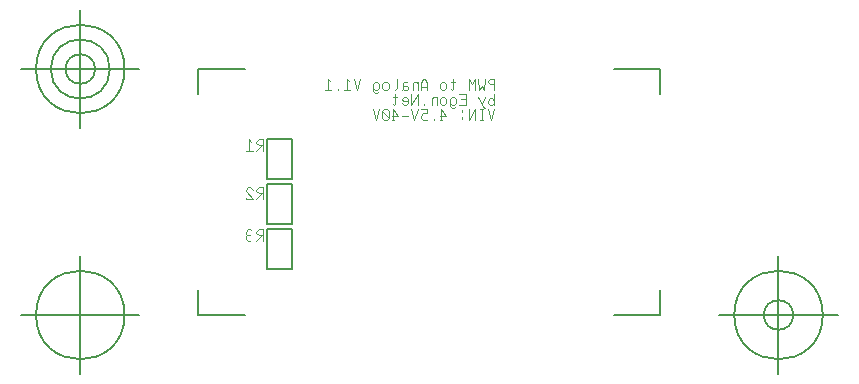
<source format=gbr>
G04 Generated by Ultiboard 14.2 *
%FSLAX24Y24*%
%MOIN*%

%ADD10C,0.0001*%
%ADD11C,0.0037*%
%ADD12C,0.0080*%
%ADD13C,0.0033*%
%ADD14C,0.0050*%


G04 ColorRGB F1F1F1 for the following layer *
%LNSilkscreen Bottom*%
%LPD*%
G54D10*
G54D11*
X2761Y33867D02*
X2761Y34261D01*
X2604Y34261D01*
X2526Y34182D01*
X2526Y34143D01*
X2604Y34064D01*
X2761Y34064D01*
X2722Y34064D02*
X2526Y33867D01*
X2408Y34182D02*
X2330Y34261D01*
X2251Y34261D01*
X2173Y34182D01*
X2173Y34143D01*
X2408Y33867D01*
X2173Y33867D01*
X2173Y33906D01*
X2761Y35467D02*
X2761Y35861D01*
X2604Y35861D01*
X2526Y35782D01*
X2526Y35743D01*
X2604Y35664D01*
X2761Y35664D01*
X2722Y35664D02*
X2526Y35467D01*
X2369Y35782D02*
X2291Y35861D01*
X2291Y35467D01*
X2408Y35467D02*
X2173Y35467D01*
X2761Y32467D02*
X2761Y32861D01*
X2604Y32861D01*
X2526Y32782D01*
X2526Y32743D01*
X2604Y32664D01*
X2761Y32664D01*
X2722Y32664D02*
X2526Y32467D01*
X2369Y32821D02*
X2330Y32861D01*
X2251Y32861D01*
X2173Y32782D01*
X2173Y32703D01*
X2212Y32664D01*
X2173Y32624D01*
X2173Y32546D01*
X2251Y32467D01*
X2330Y32467D01*
X2369Y32506D01*
X2330Y32664D02*
X2212Y32664D01*
G54D12*
X2883Y34367D02*
X2883Y33033D01*
X3717Y33033D02*
X3717Y34367D01*
X2883Y33033D02*
X3717Y33033D01*
X3717Y34367D02*
X2883Y34367D01*
X2883Y35867D02*
X2883Y34533D01*
X3717Y34533D02*
X3717Y35867D01*
X2883Y34533D02*
X3717Y34533D01*
X3717Y35867D02*
X2883Y35867D01*
X2883Y32867D02*
X2883Y31533D01*
X3717Y31533D02*
X3717Y32867D01*
X2883Y31533D02*
X3717Y31533D01*
X3717Y32867D02*
X2883Y32867D01*
G54D13*
X10464Y37507D02*
X10464Y37864D01*
X10322Y37864D01*
X10251Y37793D01*
X10251Y37757D01*
X10322Y37686D01*
X10464Y37686D01*
X10144Y37864D02*
X10109Y37507D01*
X10038Y37650D01*
X9967Y37507D01*
X9931Y37864D01*
X9824Y37507D02*
X9824Y37864D01*
X9718Y37686D01*
X9611Y37864D01*
X9611Y37507D01*
X9007Y37543D02*
X9042Y37507D01*
X9078Y37543D01*
X9078Y37864D01*
X9149Y37757D02*
X9007Y37757D01*
X8864Y37579D02*
X8793Y37507D01*
X8722Y37507D01*
X8651Y37579D01*
X8651Y37686D01*
X8722Y37757D01*
X8793Y37757D01*
X8864Y37686D01*
X8864Y37579D01*
X8224Y37507D02*
X8224Y37721D01*
X8153Y37864D01*
X8082Y37864D01*
X8011Y37721D01*
X8011Y37507D01*
X8224Y37614D02*
X8011Y37614D01*
X7904Y37507D02*
X7904Y37721D01*
X7904Y37757D01*
X7904Y37721D02*
X7869Y37757D01*
X7798Y37757D01*
X7762Y37721D01*
X7762Y37507D01*
X7549Y37757D02*
X7442Y37757D01*
X7407Y37721D01*
X7407Y37543D01*
X7442Y37507D01*
X7549Y37507D01*
X7584Y37543D01*
X7584Y37614D01*
X7549Y37650D01*
X7407Y37650D01*
X7407Y37543D02*
X7371Y37507D01*
X7229Y37864D02*
X7229Y37579D01*
X7158Y37507D01*
X6944Y37579D02*
X6873Y37507D01*
X6802Y37507D01*
X6731Y37579D01*
X6731Y37686D01*
X6802Y37757D01*
X6873Y37757D01*
X6944Y37686D01*
X6944Y37579D01*
X6624Y37471D02*
X6553Y37400D01*
X6482Y37400D01*
X6411Y37471D01*
X6411Y37579D01*
X6411Y37686D01*
X6482Y37757D01*
X6553Y37757D01*
X6624Y37686D01*
X6624Y37579D01*
X6553Y37507D01*
X6482Y37507D01*
X6411Y37579D01*
X5984Y37864D02*
X5878Y37507D01*
X5771Y37864D01*
X5629Y37793D02*
X5558Y37864D01*
X5558Y37507D01*
X5664Y37507D02*
X5451Y37507D01*
X5238Y37507D02*
X5238Y37543D01*
X4989Y37793D02*
X4918Y37864D01*
X4918Y37507D01*
X5024Y37507D02*
X4811Y37507D01*
X10464Y37079D02*
X10393Y37007D01*
X10322Y37007D01*
X10251Y37079D01*
X10251Y37150D01*
X10322Y37221D01*
X10393Y37221D01*
X10464Y37150D01*
X10464Y37364D02*
X10464Y37007D01*
X10144Y36900D02*
X10109Y36900D01*
X9931Y37257D01*
X10144Y37257D02*
X10038Y37043D01*
X9291Y37007D02*
X9504Y37007D01*
X9504Y37186D01*
X9504Y37364D01*
X9291Y37364D01*
X9504Y37186D02*
X9362Y37186D01*
X9184Y36971D02*
X9113Y36900D01*
X9042Y36900D01*
X8971Y36971D01*
X8971Y37079D01*
X8971Y37186D01*
X9042Y37257D01*
X9113Y37257D01*
X9184Y37186D01*
X9184Y37079D01*
X9113Y37007D01*
X9042Y37007D01*
X8971Y37079D01*
X8864Y37079D02*
X8793Y37007D01*
X8722Y37007D01*
X8651Y37079D01*
X8651Y37186D01*
X8722Y37257D01*
X8793Y37257D01*
X8864Y37186D01*
X8864Y37079D01*
X8544Y37007D02*
X8544Y37221D01*
X8544Y37257D01*
X8544Y37221D02*
X8509Y37257D01*
X8438Y37257D01*
X8402Y37221D01*
X8402Y37007D01*
X8118Y37007D02*
X8118Y37043D01*
X7904Y37007D02*
X7904Y37364D01*
X7691Y37007D01*
X7691Y37364D01*
X7371Y37079D02*
X7442Y37007D01*
X7513Y37007D01*
X7584Y37079D01*
X7584Y37186D01*
X7513Y37257D01*
X7442Y37257D01*
X7371Y37186D01*
X7407Y37150D01*
X7584Y37150D01*
X7087Y37043D02*
X7122Y37007D01*
X7158Y37043D01*
X7158Y37364D01*
X7229Y37257D02*
X7087Y37257D01*
X10464Y36864D02*
X10358Y36507D01*
X10251Y36864D01*
X10073Y36507D02*
X10002Y36507D01*
X10073Y36864D02*
X10002Y36864D01*
X10038Y36507D02*
X10038Y36864D01*
X9824Y36507D02*
X9824Y36864D01*
X9611Y36507D01*
X9611Y36864D01*
X9398Y36829D02*
X9398Y36757D01*
X9398Y36543D02*
X9398Y36614D01*
X8651Y36650D02*
X8864Y36650D01*
X8687Y36864D01*
X8687Y36507D01*
X8722Y36507D02*
X8651Y36507D01*
X8438Y36507D02*
X8438Y36543D01*
X8011Y36864D02*
X8224Y36864D01*
X8224Y36721D01*
X8082Y36721D01*
X8011Y36650D01*
X8011Y36579D01*
X8082Y36507D01*
X8224Y36507D01*
X7904Y36864D02*
X7798Y36507D01*
X7691Y36864D01*
X7584Y36650D02*
X7371Y36650D01*
X7051Y36650D02*
X7264Y36650D01*
X7087Y36864D01*
X7087Y36507D01*
X7122Y36507D02*
X7051Y36507D01*
X6944Y36793D02*
X6873Y36864D01*
X6802Y36864D01*
X6731Y36793D01*
X6731Y36579D01*
X6802Y36507D01*
X6873Y36507D01*
X6944Y36579D01*
X6944Y36793D01*
X6731Y36793D02*
X6944Y36579D01*
X6624Y36864D02*
X6518Y36507D01*
X6411Y36864D01*
G54D14*
X600Y30000D02*
X600Y30820D01*
X600Y30000D02*
X2140Y30000D01*
X16000Y30000D02*
X14460Y30000D01*
X16000Y30000D02*
X16000Y30820D01*
X16000Y38200D02*
X16000Y37380D01*
X16000Y38200D02*
X14460Y38200D01*
X600Y38200D02*
X2140Y38200D01*
X600Y38200D02*
X600Y37380D01*
X-1369Y30000D02*
X-5306Y30000D01*
X-3337Y28031D02*
X-3337Y31969D01*
X-4813Y30000D02*
G75*
D01*
G02X-4813Y30000I1476J0*
G01*
X17969Y30000D02*
X21906Y30000D01*
X19937Y28031D02*
X19937Y31969D01*
X18461Y30000D02*
G75*
D01*
G02X18461Y30000I1476J0*
G01*
X19445Y30000D02*
G75*
D01*
G02X19445Y30000I492J0*
G01*
X-1369Y38200D02*
X-5306Y38200D01*
X-3337Y36231D02*
X-3337Y40169D01*
X-4813Y38200D02*
G75*
D01*
G02X-4813Y38200I1476J0*
G01*
X-4321Y38200D02*
G75*
D01*
G02X-4321Y38200I984J0*
G01*
X-3829Y38200D02*
G75*
D01*
G02X-3829Y38200I492J0*
G01*

M02*

</source>
